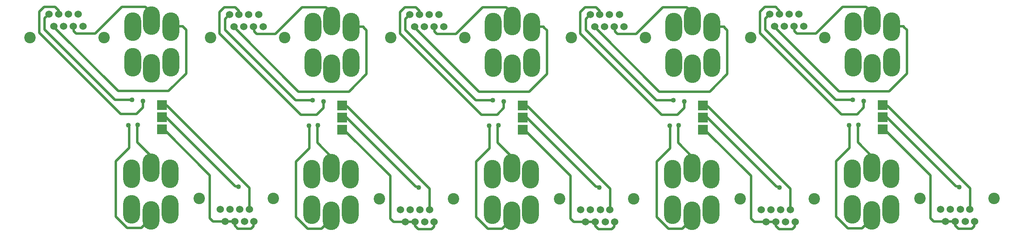
<source format=gbr>
%FSLAX23Y23*%
%MOIN*%
%ADD19O,0.13780X0.23622*%
%ADD14R,0.08000X0.08000*%
%ADD15C,0.01969*%
%ADD70C,0.04000*%
%ADD11C,0.06000*%
%ADD12C,0.09449*%
X000Y000D02*
D02*
D11*
X210Y1807D03*
X249Y1706D03*
X289Y1806D03*
X329Y1707D03*
X369Y1807D03*
X409Y1706D03*
X450Y1806D03*
X489Y1706D03*
X1617Y197D03*
X1657Y097D03*
X1694Y1803D03*
X1697Y197D03*
X1733Y1702D03*
X1737Y096D03*
X1773Y1803D03*
X1778Y196D03*
X1813Y1703D03*
X1818Y097D03*
X1853Y1803D03*
X1857Y197D03*
X1893Y1703D03*
X1896Y096D03*
X1934Y1803D03*
X1973Y1703D03*
X3101Y193D03*
X3141Y093D03*
X3179Y1803D03*
X3181Y193D03*
X3218Y1702D03*
X3221Y092D03*
X3258Y1803D03*
X3262Y192D03*
X3298Y1703D03*
X3302Y093D03*
X3338Y1803D03*
X3341Y193D03*
X3378Y1703D03*
X3380Y092D03*
X3419Y1803D03*
X3458Y1703D03*
X4586Y193D03*
X4626Y093D03*
X4664Y1803D03*
X4666Y193D03*
X4703Y1702D03*
X4706Y092D03*
X4743Y1803D03*
X4747Y192D03*
X4783Y1703D03*
X4787Y093D03*
X4823Y1803D03*
X4826Y193D03*
X4863Y1703D03*
X4865Y092D03*
X4904Y1803D03*
X4943Y1703D03*
X6071Y193D03*
X6111Y093D03*
X6143Y1806D03*
X6152Y193D03*
X6182Y1706D03*
X6191Y092D03*
X6222Y1806D03*
X6232Y192D03*
X6262Y1706D03*
X6272Y093D03*
X6302Y1806D03*
X6311Y193D03*
X6342Y1706D03*
X6351Y092D03*
X6383Y1806D03*
X6422Y1706D03*
X7550Y196D03*
X7590Y096D03*
X7630Y196D03*
X7670Y096D03*
X7711Y196D03*
X7751Y096D03*
X7790Y196D03*
X7829Y096D03*
D02*
D12*
X053Y1615D03*
X663D03*
X1444Y288D03*
X1537Y1612D03*
X2054Y288D03*
X2147Y1612D03*
X2928Y284D03*
X3022Y1612D03*
X3538Y284D03*
X3632Y1612D03*
X4413Y284D03*
X4507Y1612D03*
X5023Y284D03*
X5117Y1612D03*
X5898Y284D03*
X5986Y1615D03*
X6508Y284D03*
X6596Y1615D03*
X7377Y287D03*
X7987D03*
D02*
D14*
X1138Y857D03*
Y957D03*
Y1057D03*
X2622Y853D03*
Y953D03*
Y1053D03*
X4107Y853D03*
Y953D03*
Y1053D03*
X5592Y853D03*
Y953D03*
Y1053D03*
X7071Y856D03*
Y956D03*
Y1056D03*
D02*
D15*
X249Y1706D02*
X252D01*
Y1701*
X253Y1702*
Y1697*
X778Y1172*
X1193*
X1338Y1317*
Y1677*
X1313Y1702*
Y1707*
X1211Y1705*
X289Y1806D02*
Y1836D01*
X258Y1867*
X168*
X128Y1827*
Y1652*
X798Y982*
X928*
X983Y1037*
Y1090*
X893Y1100D02*
X753D01*
X173Y1680*
Y1772*
X208Y1807*
X210*
Y1807*
X938Y895D02*
X934D01*
Y750*
X1052Y632*
Y593*
X1038Y607*
X1033*
Y622*
X1028*
X1048Y541*
X1048Y147D02*
Y122D01*
X968Y042*
X853*
X757Y138*
Y593*
X867Y703*
Y890*
X863*
X1052Y1755D02*
X1048Y1822D01*
X1003Y1867*
X808*
X588Y1647*
X433*
X413Y1667*
Y1672*
X409Y1706*
X1138Y957D02*
Y967D01*
X1163*
X1743Y387*
X1768*
Y382*
X1138Y1057D02*
Y1052D01*
X1178*
X1858Y372*
Y202*
X1857*
Y197*
X1657Y097D02*
X1560D01*
X1533Y123*
Y477*
X1158Y852*
X1148*
Y857*
X1138*
X1733Y1702D02*
X1736D01*
Y1697*
X1737Y1698*
Y1693*
X2262Y1168*
X2677*
X2822Y1313*
Y1673*
X2797Y1698*
Y1703*
X2695Y1701*
X1737Y096D02*
Y062D01*
X1763Y037*
X1873*
X1893Y057*
X1896Y096*
X1737Y096D02*
X1658D01*
X1658Y097*
X1657Y097*
X1773Y1803D02*
Y1832D01*
X1742Y1863*
X1652*
X1612Y1823*
Y1648*
X2282Y978*
X2412*
X2467Y1033*
Y1086*
X2377Y1096D02*
X2237D01*
X1657Y1676*
Y1768*
X1692Y1803*
X1694*
Y1803*
X2422Y891D02*
X2418D01*
Y746*
X2536Y628*
Y589*
X2522Y603*
X2517*
Y618*
X2512*
X2532Y537*
X2532Y143D02*
Y118D01*
X2452Y038*
X2337*
X2241Y134*
Y589*
X2351Y699*
Y886*
X2347*
X2536Y1751D02*
X2532Y1818D01*
X2487Y1863*
X2292*
X2072Y1643*
X1917*
X1897Y1663*
Y1668*
X1893Y1703*
X2622Y953D02*
Y963D01*
X2647*
X3227Y383*
X3252*
Y378*
X2622Y1053D02*
Y1048D01*
X2662*
X3342Y368*
Y198*
X3341*
Y193*
X3141Y093D02*
X3044D01*
X3017Y119*
Y473*
X2642Y848*
X2632*
Y853*
X2622*
X3218Y1702D02*
X3221D01*
Y1697*
X3222Y1698*
Y1693*
X3747Y1168*
X4162*
X4307Y1313*
Y1673*
X4282Y1698*
Y1703*
X4181Y1701*
X3221Y092D02*
Y059D01*
X3247Y033*
X3357*
X3377Y053*
X3380Y092*
X3221Y092D02*
X3142D01*
X3142Y093*
X3141Y093*
X3258Y1803D02*
Y1832D01*
X3227Y1863*
X3137*
X3097Y1823*
Y1648*
X3767Y978*
X3897*
X3952Y1033*
Y1086*
X3862Y1096D02*
X3722D01*
X3142Y1676*
Y1768*
X3177Y1803*
X3179*
Y1803*
X3907Y891D02*
X3903D01*
Y746*
X4021Y628*
Y589*
X4007Y603*
X4002*
Y618*
X3997*
X4017Y537*
X4017Y143D02*
Y118D01*
X3937Y038*
X3822*
X3726Y134*
Y589*
X3836Y699*
Y886*
X3832*
X4021Y1751D02*
X4017Y1818D01*
X3972Y1863*
X3777*
X3557Y1643*
X3402*
X3382Y1663*
Y1668*
X3378Y1703*
X4107Y953D02*
Y963D01*
X4132*
X4712Y383*
X4737*
Y378*
X4107Y1053D02*
Y1048D01*
X4147*
X4827Y368*
Y198*
X4826*
Y193*
X4626Y093D02*
X4529D01*
X4502Y119*
Y473*
X4127Y848*
X4117*
Y853*
X4107*
X4703Y1702D02*
X4706D01*
Y1697*
X4707Y1698*
Y1693*
X5232Y1168*
X5647*
X5792Y1313*
Y1673*
X5767Y1698*
Y1703*
X5666Y1701*
X4706Y092D02*
Y059D01*
X4732Y033*
X4842*
X4862Y053*
X4865Y092*
X4706Y092D02*
X4628D01*
X4627Y093*
X4626Y093*
X4743Y1803D02*
Y1832D01*
X4712Y1863*
X4622*
X4582Y1823*
Y1648*
X5252Y978*
X5382*
X5437Y1033*
Y1086*
X5347Y1096D02*
X5207D01*
X4627Y1676*
Y1768*
X4662Y1803*
X4664*
Y1803*
X5392Y891D02*
X5388D01*
Y746*
X5506Y628*
Y589*
X5492Y603*
X5487*
Y618*
X5482*
X5502Y537*
X5503Y143D02*
Y118D01*
X5422Y038*
X5307*
X5211Y134*
Y589*
X5321Y699*
Y886*
X5317*
X5506Y1751D02*
X5502Y1818D01*
X5457Y1863*
X5262*
X5042Y1643*
X4887*
X4867Y1663*
Y1668*
X4863Y1703*
X5592Y953D02*
Y963D01*
X5617*
X6197Y383*
X6222*
Y378*
X5592Y1053D02*
Y1048D01*
X5632*
X6312Y368*
Y198*
X6311*
Y193*
X6111Y093D02*
X6014D01*
X5987Y119*
Y473*
X5612Y848*
X5602*
Y853*
X5592*
X6182Y1706D02*
X6185D01*
Y1700*
X6186Y1701*
Y1696*
X6711Y1171*
X7126*
X7271Y1316*
Y1676*
X7246Y1701*
Y1706*
X7144Y1705*
X6191Y092D02*
Y059D01*
X6217Y033*
X6327*
X6347Y053*
X6351Y092*
X6191Y092D02*
X6113D01*
X6112Y093*
X6111Y093*
X6222Y1806D02*
Y1835D01*
X6191Y1866*
X6101*
X6061Y1826*
Y1651*
X6731Y981*
X6861*
X6916Y1036*
Y1089*
X6826Y1099D02*
X6686D01*
X6106Y1679*
Y1771*
X6141Y1806*
X6143*
Y1806*
X6871Y894D02*
X6867D01*
Y750*
X6985Y631*
Y592*
X6971Y606*
X6966*
Y621*
X6961*
X6981Y540*
X6981Y146D02*
Y121D01*
X6901Y041*
X6786*
X6690Y137*
Y592*
X6800Y702*
Y889*
X6796*
X6985Y1755D02*
X6981Y1821D01*
X6936Y1866*
X6741*
X6521Y1646*
X6366*
X6346Y1666*
Y1671*
X6342Y1706*
X7071Y956D02*
Y966D01*
X7096*
X7676Y386*
X7701*
Y381*
X7071Y1056D02*
Y1051D01*
X7111*
X7791Y371*
Y201*
X7790*
Y196*
X7590Y096D02*
X7493D01*
X7466Y122*
Y476*
X7091Y851*
X7081*
Y856*
X7071*
X7670Y096D02*
Y062D01*
X7696Y036*
X7806*
X7826Y056*
X7829Y096*
X7670Y096D02*
X7591D01*
X7591Y096*
X7590Y096*
D02*
D19*
X889Y196D03*
Y491D03*
X897Y1705D03*
X897Y1410D03*
X1048Y541D03*
X1048Y147D03*
X1052Y1755D03*
X1052Y1361D03*
X1204Y491D03*
X1204Y197D03*
X1211Y1410D03*
Y1705D03*
X2373Y193D03*
Y488D03*
X2381Y1701D03*
X2381Y1407D03*
X2532Y537D03*
X2532Y143D03*
X2536Y1751D03*
X2536Y1357D03*
X2688Y488D03*
X2688Y193D03*
X2695Y1407D03*
Y1701D03*
X3858Y193D03*
Y488D03*
X3866Y1701D03*
X3866Y1407D03*
X4017Y537D03*
X4017Y143D03*
X4021Y1751D03*
X4021Y1357D03*
X4173Y488D03*
X4173Y193D03*
X4181Y1407D03*
Y1701D03*
X5343Y193D03*
Y488D03*
X5351Y1701D03*
X5351Y1407D03*
X5502Y537D03*
X5503Y143D03*
X5506Y1751D03*
X5506Y1357D03*
X5658Y488D03*
X5658Y193D03*
X5666Y1407D03*
Y1701D03*
X6822Y196D03*
Y491D03*
X6830Y1704D03*
X6830Y1410D03*
X6981Y540D03*
X6981Y146D03*
X6985Y1755D03*
X6985Y1361D03*
X7137Y491D03*
X7137Y196D03*
X7144Y1410D03*
Y1705D03*
D02*
D70*
X863Y890D03*
X893Y1100D03*
X938Y895D03*
X983Y1090D03*
X1768Y382D03*
X2347Y886D03*
X2377Y1096D03*
X2422Y891D03*
X2467Y1086D03*
X3252Y378D03*
X3832Y886D03*
X3862Y1096D03*
X3907Y891D03*
X3952Y1086D03*
X4737Y378D03*
X5317Y886D03*
X5347Y1096D03*
X5392Y891D03*
X5437Y1086D03*
X6222Y378D03*
X6796Y889D03*
X6826Y1099D03*
X6871Y894D03*
X6916Y1089D03*
X7701Y381D03*
X000Y000D02*
M02*

</source>
